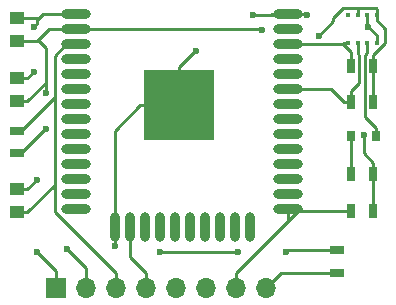
<source format=gtl>
G04 #@! TF.FileFunction,Copper,L1,Top,Signal*
%FSLAX46Y46*%
G04 Gerber Fmt 4.6, Leading zero omitted, Abs format (unit mm)*
G04 Created by KiCad (PCBNEW 4.0.7) date Friday, February 23, 2018 'PMt' 12:04:00 PM*
%MOMM*%
%LPD*%
G01*
G04 APERTURE LIST*
%ADD10C,0.100000*%
%ADD11R,0.400000X0.400000*%
%ADD12R,0.700000X1.300000*%
%ADD13R,0.800000X0.900000*%
%ADD14R,1.300000X0.700000*%
%ADD15O,2.500000X0.900000*%
%ADD16O,0.900000X2.500000*%
%ADD17R,6.000000X6.000000*%
%ADD18R,1.250000X1.000000*%
%ADD19R,1.700000X1.700000*%
%ADD20O,1.700000X1.700000*%
%ADD21C,0.600000*%
%ADD22C,0.250000*%
G04 APERTURE END LIST*
D10*
D11*
X133934000Y-95618000D03*
X133134000Y-95618000D03*
X132334000Y-95618000D03*
X131534000Y-95618000D03*
X131534000Y-93218000D03*
X132334000Y-93218000D03*
X133134000Y-93218000D03*
X133934000Y-93218000D03*
D12*
X133665000Y-100584000D03*
X131765000Y-100584000D03*
D13*
X133892000Y-103505000D03*
X131792000Y-103505000D03*
D12*
X133665000Y-109855000D03*
X131765000Y-109855000D03*
D14*
X130556000Y-115062000D03*
X130556000Y-113162000D03*
D15*
X126475000Y-93175000D03*
X126475000Y-94445000D03*
X126475000Y-95715000D03*
X126475000Y-96985000D03*
X126475000Y-98255000D03*
X126475000Y-99525000D03*
X126475000Y-100795000D03*
X126475000Y-102065000D03*
X126475000Y-103335000D03*
X126475000Y-104605000D03*
X126475000Y-105875000D03*
X126475000Y-107145000D03*
X126475000Y-108415000D03*
X126475000Y-109685000D03*
D16*
X123190000Y-111175000D03*
X121920000Y-111175000D03*
X120650000Y-111175000D03*
X119380000Y-111175000D03*
X118110000Y-111175000D03*
X116840000Y-111175000D03*
X115570000Y-111175000D03*
X114300000Y-111175000D03*
X113030000Y-111175000D03*
X111760000Y-111175000D03*
D15*
X108475000Y-109685000D03*
X108475000Y-108415000D03*
X108475000Y-107145000D03*
X108475000Y-105875000D03*
X108475000Y-104605000D03*
X108475000Y-103335000D03*
X108475000Y-102065000D03*
X108475000Y-100795000D03*
X108475000Y-99525000D03*
X108475000Y-98255000D03*
X108475000Y-96985000D03*
X108475000Y-95715000D03*
X108475000Y-94445000D03*
X108475000Y-93175000D03*
D17*
X117175000Y-100875000D03*
D14*
X103505000Y-104963000D03*
X103505000Y-103063000D03*
D18*
X103505000Y-109966000D03*
X103505000Y-107966000D03*
D19*
X106807000Y-116332000D03*
D20*
X109347000Y-116332000D03*
X111887000Y-116332000D03*
X114427000Y-116332000D03*
X116967000Y-116332000D03*
X119507000Y-116332000D03*
X122047000Y-116332000D03*
X124587000Y-116332000D03*
D18*
X103505000Y-95488000D03*
X103505000Y-93488000D03*
X103505000Y-100568000D03*
X103505000Y-98568000D03*
D12*
X133665000Y-106680000D03*
X131765000Y-106680000D03*
X133665000Y-97536000D03*
X131765000Y-97536000D03*
D21*
X133223000Y-94234000D03*
X128016000Y-93218000D03*
X123444000Y-93218000D03*
X118618000Y-96266000D03*
X115570000Y-113284000D03*
X122174000Y-113284000D03*
X111760000Y-112776000D03*
X105156000Y-113284000D03*
X105156000Y-107188000D03*
X104902000Y-94234000D03*
X104902000Y-98044000D03*
X123190000Y-111175000D03*
X126238000Y-113284000D03*
X126475000Y-98255000D03*
X126475000Y-96985000D03*
X133665000Y-100584000D03*
X132842000Y-103378000D03*
X129032000Y-94996000D03*
X124206000Y-94488000D03*
X107696000Y-113030000D03*
X105918000Y-99822000D03*
X105918000Y-102870000D03*
D22*
X133223000Y-94234000D02*
X133934000Y-94945000D01*
X133934000Y-94945000D02*
X133934000Y-95618000D01*
X133134000Y-93218000D02*
X133134000Y-94145000D01*
X133134000Y-94145000D02*
X133223000Y-94234000D01*
X126475000Y-93175000D02*
X127973000Y-93175000D01*
X127973000Y-93175000D02*
X128016000Y-93218000D01*
X123444000Y-93218000D02*
X126432000Y-93218000D01*
X126432000Y-93218000D02*
X126475000Y-93175000D01*
X117175000Y-100875000D02*
X117175000Y-97625000D01*
X117175000Y-97625000D02*
X118534000Y-96266000D01*
X118534000Y-96266000D02*
X118618000Y-96266000D01*
X127275000Y-93175000D02*
X126475000Y-93175000D01*
X124975000Y-93175000D02*
X126475000Y-93175000D01*
X111760000Y-111175000D02*
X111760000Y-103040000D01*
X111760000Y-103040000D02*
X113925000Y-100875000D01*
X113925000Y-100875000D02*
X117175000Y-100875000D01*
X122174000Y-113284000D02*
X115570000Y-113284000D01*
X124587000Y-116332000D02*
X125857000Y-115062000D01*
X125857000Y-115062000D02*
X130556000Y-115062000D01*
X111760000Y-111175000D02*
X111760000Y-112776000D01*
X106807000Y-116332000D02*
X106807000Y-114935000D01*
X106807000Y-114935000D02*
X105156000Y-113284000D01*
X103505000Y-107966000D02*
X104378000Y-107966000D01*
X104378000Y-107966000D02*
X105156000Y-107188000D01*
X104902000Y-94234000D02*
X105201999Y-93934001D01*
X105201999Y-93934001D02*
X105201999Y-93680001D01*
X105201999Y-93680001D02*
X105394000Y-93488000D01*
X103505000Y-98568000D02*
X104378000Y-98568000D01*
X104378000Y-98568000D02*
X104902000Y-98044000D01*
X105394000Y-93488000D02*
X105707000Y-93175000D01*
X105707000Y-93175000D02*
X108475000Y-93175000D01*
X103505000Y-93488000D02*
X105394000Y-93488000D01*
X111887000Y-116332000D02*
X111887000Y-115129919D01*
X111887000Y-115129919D02*
X106680000Y-109922919D01*
X106680000Y-109922919D02*
X106680000Y-107666000D01*
X103505000Y-109966000D02*
X104380000Y-109966000D01*
X106680000Y-107666000D02*
X106680000Y-100188000D01*
X104380000Y-109966000D02*
X106680000Y-107666000D01*
X106680000Y-100188000D02*
X106680000Y-96710000D01*
X106680000Y-96710000D02*
X107675000Y-95715000D01*
X107675000Y-95715000D02*
X108475000Y-95715000D01*
X103505000Y-103063000D02*
X103805000Y-103063000D01*
X103805000Y-103063000D02*
X106680000Y-100188000D01*
X133134000Y-95618000D02*
X133134000Y-96481998D01*
X133134000Y-96481998D02*
X132989999Y-96625999D01*
X132989999Y-96625999D02*
X132989999Y-101902999D01*
X132989999Y-101902999D02*
X133892000Y-102805000D01*
X133892000Y-102805000D02*
X133892000Y-103505000D01*
X131792000Y-103505000D02*
X131792000Y-106653000D01*
X131792000Y-106653000D02*
X131765000Y-106680000D01*
X130556000Y-113162000D02*
X126360000Y-113162000D01*
X126360000Y-113162000D02*
X126238000Y-113284000D01*
X131068000Y-95715000D02*
X131068000Y-95634000D01*
X131068000Y-95634000D02*
X131084000Y-95618000D01*
X131084000Y-95618000D02*
X131534000Y-95618000D01*
X131068000Y-95715000D02*
X131765000Y-96412000D01*
X131765000Y-96412000D02*
X131765000Y-97536000D01*
X126475000Y-95715000D02*
X131068000Y-95715000D01*
X132334000Y-95618000D02*
X132334000Y-96519998D01*
X132334000Y-96519998D02*
X132440001Y-96625999D01*
X131765000Y-99684000D02*
X131765000Y-100584000D01*
X132440001Y-96625999D02*
X132440001Y-99008999D01*
X132440001Y-99008999D02*
X131765000Y-99684000D01*
X131765000Y-100584000D02*
X131165000Y-100584000D01*
X131165000Y-100584000D02*
X130106000Y-99525000D01*
X130106000Y-99525000D02*
X127975000Y-99525000D01*
X127975000Y-99525000D02*
X126475000Y-99525000D01*
X114427000Y-116332000D02*
X114427000Y-115129919D01*
X114427000Y-115129919D02*
X113030000Y-113732919D01*
X113030000Y-113732919D02*
X113030000Y-112675000D01*
X113030000Y-112675000D02*
X113030000Y-111175000D01*
X131765000Y-109855000D02*
X127321919Y-109855000D01*
X127321919Y-109855000D02*
X126475000Y-110701919D01*
X122047000Y-116332000D02*
X122047000Y-115129919D01*
X122047000Y-115129919D02*
X126475000Y-110701919D01*
X126475000Y-110701919D02*
X126475000Y-110385000D01*
X126475000Y-110385000D02*
X126475000Y-109685000D01*
X130284999Y-93743001D02*
X130284999Y-93481999D01*
X130284999Y-93481999D02*
X131073999Y-92692999D01*
X131073999Y-92692999D02*
X132409001Y-92692999D01*
X133934000Y-93218000D02*
X133934000Y-93668000D01*
X133934000Y-93668000D02*
X134686001Y-94420001D01*
X134686001Y-95250000D02*
X134686001Y-95614999D01*
X134686001Y-94420001D02*
X134686001Y-95250000D01*
X132334000Y-93218000D02*
X132334000Y-92768000D01*
X132334000Y-92768000D02*
X132409001Y-92692999D01*
X133858999Y-92692999D02*
X133934000Y-92768000D01*
X132409001Y-92692999D02*
X133858999Y-92692999D01*
X133934000Y-92768000D02*
X133934000Y-93218000D01*
X129032000Y-94996000D02*
X130284999Y-93743001D01*
X133665000Y-106680000D02*
X133665000Y-105780000D01*
X133665000Y-105780000D02*
X132842000Y-104957000D01*
X132842000Y-104957000D02*
X132842000Y-103378000D01*
X133665000Y-109855000D02*
X133665000Y-106680000D01*
X133665000Y-97536000D02*
X133665000Y-100584000D01*
X134686001Y-95614999D02*
X133665000Y-96636000D01*
X133665000Y-96636000D02*
X133665000Y-97536000D01*
X108475000Y-94445000D02*
X124163000Y-94445000D01*
X124163000Y-94445000D02*
X124206000Y-94488000D01*
X109347000Y-116332000D02*
X109347000Y-114681000D01*
X109347000Y-114681000D02*
X107696000Y-113030000D01*
X105918000Y-99030000D02*
X105918000Y-98806000D01*
X105918000Y-98806000D02*
X105918000Y-96012000D01*
X105918000Y-99822000D02*
X105918000Y-98806000D01*
X103505000Y-104963000D02*
X103805000Y-104963000D01*
X103805000Y-104963000D02*
X105898000Y-102870000D01*
X105898000Y-102870000D02*
X105918000Y-102870000D01*
X105918000Y-96012000D02*
X105394000Y-95488000D01*
X105394000Y-95488000D02*
X105172000Y-95488000D01*
X103505000Y-100568000D02*
X104380000Y-100568000D01*
X104380000Y-100568000D02*
X105918000Y-99030000D01*
X105172000Y-95488000D02*
X106215000Y-94445000D01*
X106215000Y-94445000D02*
X108475000Y-94445000D01*
X103505000Y-95488000D02*
X105172000Y-95488000D01*
M02*

</source>
